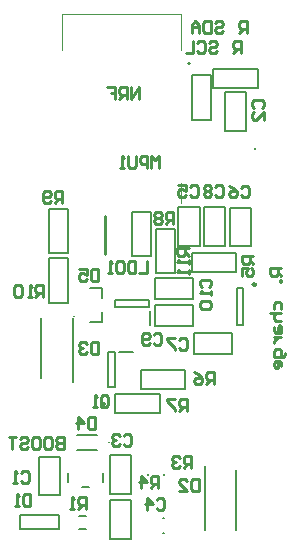
<source format=gbo>
G04*
G04 #@! TF.GenerationSoftware,Altium Limited,Altium Designer,20.2.6 (244)*
G04*
G04 Layer_Color=32896*
%FSLAX25Y25*%
%MOIN*%
G70*
G04*
G04 #@! TF.SameCoordinates,8F5FEA60-E90C-4FE4-B264-904F0C7A51F9*
G04*
G04*
G04 #@! TF.FilePolarity,Positive*
G04*
G01*
G75*
%ADD10C,0.01000*%
%ADD11C,0.00787*%
%ADD12C,0.00600*%
%ADD13C,0.00394*%
%ADD48C,0.00984*%
%ADD49C,0.00591*%
D10*
X564500Y390000D02*
Y402500D01*
X575748Y441532D02*
Y445468D01*
X573124Y441532D01*
Y445468D01*
X571812Y441532D02*
Y445468D01*
X569844D01*
X569188Y444812D01*
Y443500D01*
X569844Y442844D01*
X571812D01*
X570500D02*
X569188Y441532D01*
X565252Y445468D02*
X567876D01*
Y443500D01*
X566564D01*
X567876D01*
Y441532D01*
X614188Y438656D02*
X613532Y439312D01*
Y440624D01*
X614188Y441280D01*
X616812D01*
X617468Y440624D01*
Y439312D01*
X616812Y438656D01*
X617468Y434720D02*
Y437344D01*
X614844Y434720D01*
X614188D01*
X613532Y435376D01*
Y436688D01*
X614188Y437344D01*
X623312Y385227D02*
X619376D01*
Y383259D01*
X620032Y382603D01*
X621344D01*
X622000Y383259D01*
Y385227D01*
Y383915D02*
X623312Y382603D01*
Y381291D02*
X622656D01*
Y380635D01*
X623312D01*
Y381291D01*
X620688Y371452D02*
Y373420D01*
X621344Y374076D01*
X622656D01*
X623312Y373420D01*
Y371452D01*
X619376Y370140D02*
X623312D01*
X621344D01*
X620688Y369484D01*
Y368172D01*
X621344Y367516D01*
X623312D01*
X620688Y365548D02*
Y364236D01*
X621344Y363580D01*
X623312D01*
Y365548D01*
X622656Y366204D01*
X622000Y365548D01*
Y363580D01*
X620688Y362268D02*
X623312D01*
X622000D01*
X621344Y361612D01*
X620688Y360957D01*
Y360300D01*
X624624Y357021D02*
Y356365D01*
X623968Y355709D01*
X620688D01*
Y357677D01*
X621344Y358333D01*
X622656D01*
X623312Y357677D01*
Y355709D01*
Y352429D02*
Y353741D01*
X622656Y354397D01*
X621344D01*
X620688Y353741D01*
Y352429D01*
X621344Y351773D01*
X622000D01*
Y354397D01*
X582280Y312032D02*
Y315968D01*
X580312D01*
X579656Y315312D01*
Y314000D01*
X580312Y313344D01*
X582280D01*
X580968D02*
X579656Y312032D01*
X576376D02*
Y315968D01*
X578344Y314000D01*
X575720D01*
X593280Y318532D02*
Y322468D01*
X591312D01*
X590656Y321812D01*
Y320500D01*
X591312Y319844D01*
X593280D01*
X591968D02*
X590656Y318532D01*
X589344Y321812D02*
X588688Y322468D01*
X587376D01*
X586720Y321812D01*
Y321156D01*
X587376Y320500D01*
X588032D01*
X587376D01*
X586720Y319844D01*
Y319188D01*
X587376Y318532D01*
X588688D01*
X589344Y319188D01*
X543920Y375532D02*
Y379468D01*
X541952D01*
X541296Y378812D01*
Y377500D01*
X541952Y376844D01*
X543920D01*
X542608D02*
X541296Y375532D01*
X539984D02*
X538672D01*
X539328D01*
Y379468D01*
X539984Y378812D01*
X536704D02*
X536048Y379468D01*
X534736D01*
X534080Y378812D01*
Y376188D01*
X534736Y375532D01*
X536048D01*
X536704Y376188D01*
Y378812D01*
X587280Y400032D02*
Y403968D01*
X585312D01*
X584656Y403312D01*
Y402000D01*
X585312Y401344D01*
X587280D01*
X585968D02*
X584656Y400032D01*
X583344Y403312D02*
X582688Y403968D01*
X581376D01*
X580720Y403312D01*
Y402656D01*
X581376Y402000D01*
X580720Y401344D01*
Y400688D01*
X581376Y400032D01*
X582688D01*
X583344Y400688D01*
Y401344D01*
X582688Y402000D01*
X583344Y402656D01*
Y403312D01*
X582688Y402000D02*
X581376D01*
X558124Y305032D02*
Y308968D01*
X556156D01*
X555500Y308312D01*
Y307000D01*
X556156Y306344D01*
X558124D01*
X556812D02*
X555500Y305032D01*
X554188D02*
X552876D01*
X553532D01*
Y308968D01*
X554188Y308312D01*
X613968Y389280D02*
X610032D01*
Y387312D01*
X610688Y386656D01*
X612000D01*
X612656Y387312D01*
Y389280D01*
Y387968D02*
X613968Y386656D01*
X610032Y382720D02*
Y385344D01*
X612000D01*
X611344Y384032D01*
Y383376D01*
X612000Y382720D01*
X613312D01*
X613968Y383376D01*
Y384688D01*
X613312Y385344D01*
X600780Y346532D02*
Y350468D01*
X598812D01*
X598156Y349812D01*
Y348500D01*
X598812Y347844D01*
X600780D01*
X599468D02*
X598156Y346532D01*
X594220Y350468D02*
X595532Y349812D01*
X596844Y348500D01*
Y347188D01*
X596188Y346532D01*
X594876D01*
X594220Y347188D01*
Y347844D01*
X594876Y348500D01*
X596844D01*
X550280Y407032D02*
Y410968D01*
X548312D01*
X547656Y410312D01*
Y409000D01*
X548312Y408344D01*
X550280D01*
X548968D02*
X547656Y407032D01*
X546344Y407688D02*
X545688Y407032D01*
X544376D01*
X543720Y407688D01*
Y410312D01*
X544376Y410968D01*
X545688D01*
X546344Y410312D01*
Y409656D01*
X545688Y409000D01*
X543720D01*
X591780Y337532D02*
Y341468D01*
X589812D01*
X589156Y340812D01*
Y339500D01*
X589812Y338844D01*
X591780D01*
X590468D02*
X589156Y337532D01*
X587844Y341468D02*
X585220D01*
Y340812D01*
X587844Y338188D01*
Y337532D01*
X592468Y391764D02*
X588532D01*
Y389796D01*
X589188Y389140D01*
X590500D01*
X591156Y389796D01*
Y391764D01*
Y390452D02*
X592468Y389140D01*
Y387828D02*
Y386516D01*
Y387172D01*
X588532D01*
X589188Y387828D01*
X592468Y384548D02*
Y383236D01*
Y383892D01*
X588532D01*
X589188Y384548D01*
X563000Y339688D02*
Y342312D01*
X563656Y342968D01*
X564968D01*
X565624Y342312D01*
Y339688D01*
X564968Y339032D01*
X563656D01*
X564312Y340344D02*
X563000Y339032D01*
X563656D02*
X563000Y339688D01*
X561688Y339032D02*
X560376D01*
X561032D01*
Y342968D01*
X561688Y342312D01*
X611683Y463532D02*
Y467468D01*
X609716D01*
X609060Y466812D01*
Y465500D01*
X609716Y464844D01*
X611683D01*
X610371D02*
X609060Y463532D01*
X601188Y466812D02*
X601844Y467468D01*
X603156D01*
X603812Y466812D01*
Y466156D01*
X603156Y465500D01*
X601844D01*
X601188Y464844D01*
Y464188D01*
X601844Y463532D01*
X603156D01*
X603812Y464188D01*
X599876Y467468D02*
Y463532D01*
X597908D01*
X597252Y464188D01*
Y466812D01*
X597908Y467468D01*
X599876D01*
X595940Y463532D02*
Y466156D01*
X594628Y467468D01*
X593317Y466156D01*
Y463532D01*
Y465500D01*
X595940D01*
X609683Y457032D02*
Y460968D01*
X607716D01*
X607060Y460312D01*
Y459000D01*
X607716Y458344D01*
X609683D01*
X608371D02*
X607060Y457032D01*
X599188Y460312D02*
X599844Y460968D01*
X601156D01*
X601812Y460312D01*
Y459656D01*
X601156Y459000D01*
X599844D01*
X599188Y458344D01*
Y457688D01*
X599844Y457032D01*
X601156D01*
X601812Y457688D01*
X595252Y460312D02*
X595908Y460968D01*
X597220D01*
X597876Y460312D01*
Y457688D01*
X597220Y457032D01*
X595908D01*
X595252Y457688D01*
X593940Y460968D02*
Y457032D01*
X591317D01*
X582560Y418532D02*
Y422468D01*
X581248Y421156D01*
X579936Y422468D01*
Y418532D01*
X578624D02*
Y422468D01*
X576656D01*
X576000Y421812D01*
Y420500D01*
X576656Y419844D01*
X578624D01*
X574688Y422468D02*
Y419188D01*
X574032Y418532D01*
X572720D01*
X572064Y419188D01*
Y422468D01*
X570752Y418532D02*
X569440D01*
X570096D01*
Y422468D01*
X570752Y421812D01*
X578560Y387468D02*
Y383532D01*
X575936D01*
X574624Y387468D02*
Y383532D01*
X572656D01*
X572000Y384188D01*
Y386812D01*
X572656Y387468D01*
X574624D01*
X568720D02*
X570032D01*
X570688Y386812D01*
Y384188D01*
X570032Y383532D01*
X568720D01*
X568064Y384188D01*
Y386812D01*
X568720Y387468D01*
X566752Y383532D02*
X565440D01*
X566096D01*
Y387468D01*
X566752Y386812D01*
X539624Y309968D02*
Y306032D01*
X537656D01*
X537000Y306688D01*
Y309312D01*
X537656Y309968D01*
X539624D01*
X535688Y306032D02*
X534376D01*
X535032D01*
Y309968D01*
X535688Y309312D01*
X561280Y335468D02*
Y331532D01*
X559312D01*
X558656Y332188D01*
Y334812D01*
X559312Y335468D01*
X561280D01*
X555376Y331532D02*
Y335468D01*
X557344Y333500D01*
X554720D01*
X562280Y384968D02*
Y381032D01*
X560312D01*
X559656Y381688D01*
Y384312D01*
X560312Y384968D01*
X562280D01*
X555720D02*
X558344D01*
Y383000D01*
X557032Y383656D01*
X556376D01*
X555720Y383000D01*
Y381688D01*
X556376Y381032D01*
X557688D01*
X558344Y381688D01*
X595780Y314968D02*
Y311032D01*
X593812D01*
X593156Y311688D01*
Y314312D01*
X593812Y314968D01*
X595780D01*
X589220Y311032D02*
X591844D01*
X589220Y313656D01*
Y314312D01*
X589876Y314968D01*
X591188D01*
X591844Y314312D01*
X562280Y360468D02*
Y356532D01*
X560312D01*
X559656Y357188D01*
Y359812D01*
X560312Y360468D01*
X562280D01*
X558344Y359812D02*
X557688Y360468D01*
X556376D01*
X555720Y359812D01*
Y359156D01*
X556376Y358500D01*
X557032D01*
X556376D01*
X555720Y357844D01*
Y357188D01*
X556376Y356532D01*
X557688D01*
X558344Y357188D01*
X589156Y361312D02*
X589812Y361968D01*
X591124D01*
X591780Y361312D01*
Y358688D01*
X591124Y358032D01*
X589812D01*
X589156Y358688D01*
X587844Y361968D02*
X585220D01*
Y361312D01*
X587844Y358688D01*
Y358032D01*
X536500Y316812D02*
X537156Y317468D01*
X538468D01*
X539124Y316812D01*
Y314188D01*
X538468Y313532D01*
X537156D01*
X536500Y314188D01*
X535188Y313532D02*
X533876D01*
X534532D01*
Y317468D01*
X535188Y316812D01*
X570656Y329312D02*
X571312Y329968D01*
X572624D01*
X573280Y329312D01*
Y326688D01*
X572624Y326032D01*
X571312D01*
X570656Y326688D01*
X569344Y329312D02*
X568688Y329968D01*
X567376D01*
X566720Y329312D01*
Y328656D01*
X567376Y328000D01*
X568032D01*
X567376D01*
X566720Y327344D01*
Y326688D01*
X567376Y326032D01*
X568688D01*
X569344Y326688D01*
X581656Y307812D02*
X582312Y308468D01*
X583624D01*
X584280Y307812D01*
Y305188D01*
X583624Y304532D01*
X582312D01*
X581656Y305188D01*
X578376Y304532D02*
Y308468D01*
X580344Y306500D01*
X577720D01*
X580656Y362812D02*
X581312Y363468D01*
X582624D01*
X583280Y362812D01*
Y360188D01*
X582624Y359532D01*
X581312D01*
X580656Y360188D01*
X579344D02*
X578688Y359532D01*
X577376D01*
X576720Y360188D01*
Y362812D01*
X577376Y363468D01*
X578688D01*
X579344Y362812D01*
Y362156D01*
X578688Y361500D01*
X576720D01*
X609776Y412080D02*
X610432Y412736D01*
X611744D01*
X612400Y412080D01*
Y409456D01*
X611744Y408800D01*
X610432D01*
X609776Y409456D01*
X605840Y412736D02*
X607152Y412080D01*
X608464Y410768D01*
Y409456D01*
X607808Y408800D01*
X606496D01*
X605840Y409456D01*
Y410112D01*
X606496Y410768D01*
X608464D01*
X592776Y412180D02*
X593432Y412836D01*
X594744D01*
X595400Y412180D01*
Y409556D01*
X594744Y408900D01*
X593432D01*
X592776Y409556D01*
X588840Y412836D02*
X591464D01*
Y410868D01*
X590152Y411524D01*
X589496D01*
X588840Y410868D01*
Y409556D01*
X589496Y408900D01*
X590808D01*
X591464Y409556D01*
X601276Y412180D02*
X601932Y412836D01*
X603244D01*
X603900Y412180D01*
Y409556D01*
X603244Y408900D01*
X601932D01*
X601276Y409556D01*
X599964Y412180D02*
X599308Y412836D01*
X597996D01*
X597340Y412180D01*
Y411524D01*
X597996Y410868D01*
X597340Y410212D01*
Y409556D01*
X597996Y408900D01*
X599308D01*
X599964Y409556D01*
Y410212D01*
X599308Y410868D01*
X599964Y411524D01*
Y412180D01*
X599308Y410868D02*
X597996D01*
X596688Y378796D02*
X596032Y379452D01*
Y380764D01*
X596688Y381420D01*
X599312D01*
X599968Y380764D01*
Y379452D01*
X599312Y378796D01*
X599968Y377484D02*
Y376172D01*
Y376828D01*
X596032D01*
X596688Y377484D01*
Y374204D02*
X596032Y373548D01*
Y372236D01*
X596688Y371580D01*
X599312D01*
X599968Y372236D01*
Y373548D01*
X599312Y374204D01*
X596688D01*
X550683Y328968D02*
Y325032D01*
X548715D01*
X548060Y325688D01*
Y326344D01*
X548715Y327000D01*
X550683D01*
X548715D01*
X548060Y327656D01*
Y328312D01*
X548715Y328968D01*
X550683D01*
X544780D02*
X546092D01*
X546748Y328312D01*
Y325688D01*
X546092Y325032D01*
X544780D01*
X544124Y325688D01*
Y328312D01*
X544780Y328968D01*
X540844D02*
X542156D01*
X542812Y328312D01*
Y325688D01*
X542156Y325032D01*
X540844D01*
X540188Y325688D01*
Y328312D01*
X540844Y328968D01*
X536252Y328312D02*
X536908Y328968D01*
X538220D01*
X538876Y328312D01*
Y327656D01*
X538220Y327000D01*
X536908D01*
X536252Y326344D01*
Y325688D01*
X536908Y325032D01*
X538220D01*
X538876Y325688D01*
X534940Y328968D02*
X532317D01*
X533629D01*
Y325032D01*
D11*
X592441Y453067D02*
G03*
X592441Y453854I0J394D01*
G01*
D02*
G03*
X592441Y453067I0J-394D01*
G01*
X614417Y424921D02*
G03*
X614811Y424921I197J0D01*
G01*
D02*
G03*
X614417Y424921I-197J0D01*
G01*
D02*
G03*
X614811Y424921I197J0D01*
G01*
X604457Y431087D02*
Y443961D01*
Y431087D02*
X611504D01*
Y443961D01*
X604457D02*
X611504D01*
X579209Y372319D02*
Y374681D01*
X567791D02*
X579209D01*
X567791Y372319D02*
Y374681D01*
Y372319D02*
X579209D01*
X579406Y366217D02*
Y370941D01*
X581087Y374996D02*
Y382043D01*
X593961D01*
Y374996D02*
Y382043D01*
X581087Y374996D02*
X593961D01*
Y365996D02*
Y373043D01*
X581087Y365996D02*
X593961D01*
X581087D02*
Y373043D01*
X593961D01*
X594087Y356496D02*
Y363543D01*
X606961D01*
Y356496D02*
Y363543D01*
X594087Y356496D02*
X606961D01*
X553744Y347378D02*
Y368547D01*
X543256Y348453D02*
Y368547D01*
X565319Y357307D02*
X567681D01*
X565319Y345693D02*
Y357307D01*
Y345693D02*
X567681D01*
Y357307D01*
X569059Y357406D02*
X573783D01*
X555154Y329461D02*
X561846D01*
X555154Y324539D02*
X561846D01*
X565996Y295039D02*
X573043D01*
X565996D02*
Y307913D01*
X573043D01*
Y295039D02*
Y307913D01*
X565996Y322913D02*
X573043D01*
Y310039D02*
Y322913D01*
X565996Y310039D02*
X573043D01*
X565996D02*
Y322913D01*
X536138Y298138D02*
X549130D01*
Y302862D01*
X536138D02*
X549130D01*
X536138Y298138D02*
Y302862D01*
X597756Y297953D02*
Y319122D01*
X608244Y297953D02*
Y318047D01*
X578941Y316303D02*
Y316697D01*
X584059Y316303D02*
Y316697D01*
X583803Y296941D02*
X584197D01*
X583803Y302059D02*
X584197D01*
X542496Y322413D02*
X549543D01*
Y309539D02*
Y322413D01*
X542496Y309539D02*
X549543D01*
X542496D02*
Y322413D01*
X608516Y378602D02*
X610484D01*
X608516Y366398D02*
X610484D01*
Y378602D01*
X608516Y366398D02*
Y378602D01*
X604504Y392587D02*
Y405461D01*
X597457D02*
X604504D01*
X597457Y392587D02*
Y405461D01*
Y392587D02*
X604504D01*
X605996Y392539D02*
Y405413D01*
Y392539D02*
X613043D01*
Y405413D01*
X605996D02*
X613043D01*
X588957Y392587D02*
Y405461D01*
Y392587D02*
X596004D01*
Y405461D01*
X588957D02*
X596004D01*
X559425Y378709D02*
X563559D01*
Y375362D02*
Y378709D01*
X559425Y367291D02*
X563559D01*
Y370638D01*
D12*
X573350Y389089D02*
X579650D01*
X573350D02*
Y404050D01*
X579650D01*
Y389089D02*
Y404050D01*
X581350Y398411D02*
X587650D01*
Y383450D02*
Y398411D01*
X581350Y383450D02*
X587650D01*
X581350D02*
Y398411D01*
X545850Y373689D02*
X552150D01*
X545850D02*
Y388650D01*
X552150D01*
Y373689D02*
Y388650D01*
X545850Y390089D02*
X552150D01*
X545850D02*
Y405050D01*
X552150D01*
Y390089D02*
Y405050D01*
X608311Y383850D02*
Y390150D01*
X593350Y383850D02*
X608311D01*
X593350D02*
Y390150D01*
X608311D01*
X591311Y344850D02*
Y351150D01*
X576350Y344850D02*
X591311D01*
X576350D02*
Y351150D01*
X591311D01*
X582911Y336850D02*
Y343150D01*
X567950Y336850D02*
X582911D01*
X567950D02*
Y343150D01*
X582911D01*
X593350Y434589D02*
X599650D01*
X593350D02*
Y449550D01*
X599650D01*
Y434589D02*
Y449550D01*
X615411Y445350D02*
Y451650D01*
X600450Y445350D02*
X615411D01*
X600450D02*
Y451650D01*
X615411D01*
X563900Y314000D02*
Y317000D01*
X556700Y312200D02*
X559300D01*
X552100Y314000D02*
Y317000D01*
D13*
X565587Y327000D02*
G03*
X565980Y327000I197J0D01*
G01*
D02*
G03*
X565587Y327000I-197J0D01*
G01*
X553913Y369063D02*
G03*
X554307Y369063I197J0D01*
G01*
D02*
G03*
X553913Y369063I-197J0D01*
G01*
X550315Y407004D02*
Y410941D01*
X589685Y407004D02*
Y413697D01*
X550315Y457791D02*
Y469996D01*
X550709D01*
X589685D01*
Y457791D02*
Y469996D01*
D48*
X614716Y379685D02*
G03*
X614716Y379685I-492J0D01*
G01*
D49*
X555819Y302665D02*
X558181D01*
X555819Y298335D02*
X558181D01*
M02*

</source>
